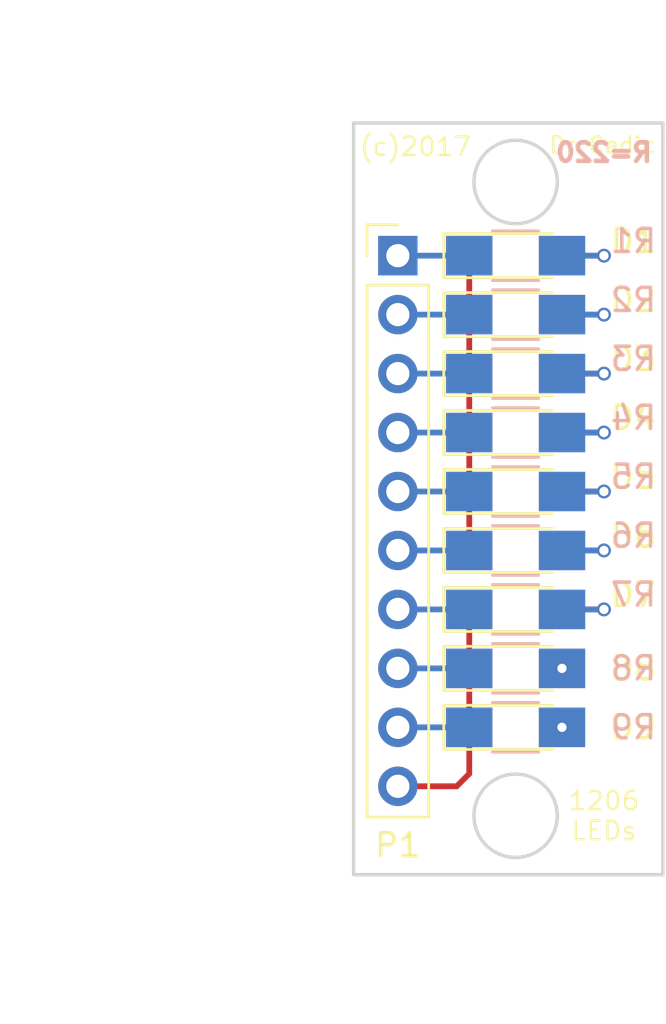
<source format=kicad_pcb>
(kicad_pcb (version 4) (host pcbnew 4.0.4-stable)

  (general
    (links 27)
    (no_connects 1)
    (area 131.215001 97.4395 160.095001 143.035001)
    (thickness 1.6)
    (drawings 15)
    (tracks 42)
    (zones 0)
    (modules 19)
    (nets 20)
  )

  (page A4)
  (layers
    (0 F.Cu signal)
    (31 B.Cu signal)
    (32 B.Adhes user)
    (33 F.Adhes user)
    (34 B.Paste user)
    (35 F.Paste user)
    (36 B.SilkS user)
    (37 F.SilkS user)
    (38 B.Mask user)
    (39 F.Mask user)
    (40 Dwgs.User user)
    (41 Cmts.User user)
    (42 Eco1.User user)
    (43 Eco2.User user)
    (44 Edge.Cuts user)
    (45 Margin user)
    (46 B.CrtYd user)
    (47 F.CrtYd user)
    (48 B.Fab user)
    (49 F.Fab user)
  )

  (setup
    (last_trace_width 0.25)
    (trace_clearance 0.2)
    (zone_clearance 0.508)
    (zone_45_only no)
    (trace_min 0.2)
    (segment_width 0.2)
    (edge_width 0.15)
    (via_size 0.6)
    (via_drill 0.4)
    (via_min_size 0.4)
    (via_min_drill 0.3)
    (uvia_size 0.3)
    (uvia_drill 0.1)
    (uvias_allowed no)
    (uvia_min_size 0.2)
    (uvia_min_drill 0.1)
    (pcb_text_width 0.3)
    (pcb_text_size 1.5 1.5)
    (mod_edge_width 0.15)
    (mod_text_size 1 1)
    (mod_text_width 0.15)
    (pad_size 1.524 1.524)
    (pad_drill 0.762)
    (pad_to_mask_clearance 0.2)
    (aux_axis_origin 0 0)
    (visible_elements FFFFFF7F)
    (pcbplotparams
      (layerselection 0x01030_80000001)
      (usegerberextensions true)
      (excludeedgelayer true)
      (linewidth 0.100000)
      (plotframeref false)
      (viasonmask false)
      (mode 1)
      (useauxorigin false)
      (hpglpennumber 1)
      (hpglpenspeed 20)
      (hpglpendiameter 15)
      (hpglpenoverlay 2)
      (psnegative false)
      (psa4output false)
      (plotreference true)
      (plotvalue true)
      (plotinvisibletext false)
      (padsonsilk false)
      (subtractmaskfromsilk false)
      (outputformat 1)
      (mirror false)
      (drillshape 0)
      (scaleselection 1)
      (outputdirectory gerber/))
  )

  (net 0 "")
  (net 1 GND)
  (net 2 "Net-(D1-Pad2)")
  (net 3 "Net-(D2-Pad2)")
  (net 4 "Net-(D3-Pad2)")
  (net 5 "Net-(D4-Pad2)")
  (net 6 "Net-(D5-Pad2)")
  (net 7 "Net-(D6-Pad2)")
  (net 8 "Net-(D7-Pad2)")
  (net 9 "Net-(D8-Pad2)")
  (net 10 "Net-(D9-Pad2)")
  (net 11 "Net-(P1-Pad1)")
  (net 12 "Net-(P1-Pad2)")
  (net 13 "Net-(P1-Pad3)")
  (net 14 "Net-(P1-Pad4)")
  (net 15 "Net-(P1-Pad5)")
  (net 16 "Net-(P1-Pad6)")
  (net 17 "Net-(P1-Pad7)")
  (net 18 "Net-(P1-Pad8)")
  (net 19 "Net-(P1-Pad9)")

  (net_class Default "Ceci est la Netclass par défaut"
    (clearance 0.2)
    (trace_width 0.25)
    (via_dia 0.6)
    (via_drill 0.4)
    (uvia_dia 0.3)
    (uvia_drill 0.1)
    (add_net GND)
    (add_net "Net-(D1-Pad2)")
    (add_net "Net-(D2-Pad2)")
    (add_net "Net-(D3-Pad2)")
    (add_net "Net-(D4-Pad2)")
    (add_net "Net-(D5-Pad2)")
    (add_net "Net-(D6-Pad2)")
    (add_net "Net-(D7-Pad2)")
    (add_net "Net-(D8-Pad2)")
    (add_net "Net-(D9-Pad2)")
    (add_net "Net-(P1-Pad1)")
    (add_net "Net-(P1-Pad2)")
    (add_net "Net-(P1-Pad3)")
    (add_net "Net-(P1-Pad4)")
    (add_net "Net-(P1-Pad5)")
    (add_net "Net-(P1-Pad6)")
    (add_net "Net-(P1-Pad7)")
    (add_net "Net-(P1-Pad8)")
    (add_net "Net-(P1-Pad9)")
  )

  (module LEDs:LED_1206_HandSoldering (layer F.Cu) (tedit 59BE4EDC) (tstamp 59BE4B75)
    (at 153.67 107.95)
    (descr "LED SMD 1206, hand soldering")
    (tags "LED 1206")
    (path /59BE526C)
    (attr smd)
    (fp_text reference D1 (at 5.08 -0.635) (layer F.SilkS)
      (effects (font (size 1 1) (thickness 0.15)))
    )
    (fp_text value Led (at 0 1.9) (layer F.Fab)
      (effects (font (size 1 1) (thickness 0.15)))
    )
    (fp_line (start -3.1 -0.95) (end -3.1 0.95) (layer F.SilkS) (width 0.12))
    (fp_line (start -0.4 0) (end 0.2 -0.4) (layer F.Fab) (width 0.1))
    (fp_line (start 0.2 -0.4) (end 0.2 0.4) (layer F.Fab) (width 0.1))
    (fp_line (start 0.2 0.4) (end -0.4 0) (layer F.Fab) (width 0.1))
    (fp_line (start -0.45 -0.4) (end -0.45 0.4) (layer F.Fab) (width 0.1))
    (fp_line (start -1.6 0.8) (end -1.6 -0.8) (layer F.Fab) (width 0.1))
    (fp_line (start 1.6 0.8) (end -1.6 0.8) (layer F.Fab) (width 0.1))
    (fp_line (start 1.6 -0.8) (end 1.6 0.8) (layer F.Fab) (width 0.1))
    (fp_line (start -1.6 -0.8) (end 1.6 -0.8) (layer F.Fab) (width 0.1))
    (fp_line (start -3.1 0.95) (end 1.6 0.95) (layer F.SilkS) (width 0.12))
    (fp_line (start -3.1 -0.95) (end 1.6 -0.95) (layer F.SilkS) (width 0.12))
    (fp_line (start -3.25 -1.11) (end 3.25 -1.11) (layer F.CrtYd) (width 0.05))
    (fp_line (start -3.25 -1.11) (end -3.25 1.1) (layer F.CrtYd) (width 0.05))
    (fp_line (start 3.25 1.1) (end 3.25 -1.11) (layer F.CrtYd) (width 0.05))
    (fp_line (start 3.25 1.1) (end -3.25 1.1) (layer F.CrtYd) (width 0.05))
    (pad 1 smd rect (at -2 0) (size 2 1.7) (layers F.Cu F.Paste F.Mask)
      (net 1 GND))
    (pad 2 smd rect (at 2 0) (size 2 1.7) (layers F.Cu F.Paste F.Mask)
      (net 2 "Net-(D1-Pad2)"))
    (model ${KISYS3DMOD}/LEDs.3dshapes/LED_1206.wrl
      (at (xyz 0 0 0))
      (scale (xyz 1 1 1))
      (rotate (xyz 0 0 180))
    )
  )

  (module LEDs:LED_1206_HandSoldering (layer F.Cu) (tedit 59BE4EE3) (tstamp 59BE4B8A)
    (at 153.67 110.49)
    (descr "LED SMD 1206, hand soldering")
    (tags "LED 1206")
    (path /59BE54DE)
    (attr smd)
    (fp_text reference D2 (at 5.08 -0.635) (layer F.SilkS)
      (effects (font (size 1 1) (thickness 0.15)))
    )
    (fp_text value Led (at 0 1.9) (layer F.Fab)
      (effects (font (size 1 1) (thickness 0.15)))
    )
    (fp_line (start -3.1 -0.95) (end -3.1 0.95) (layer F.SilkS) (width 0.12))
    (fp_line (start -0.4 0) (end 0.2 -0.4) (layer F.Fab) (width 0.1))
    (fp_line (start 0.2 -0.4) (end 0.2 0.4) (layer F.Fab) (width 0.1))
    (fp_line (start 0.2 0.4) (end -0.4 0) (layer F.Fab) (width 0.1))
    (fp_line (start -0.45 -0.4) (end -0.45 0.4) (layer F.Fab) (width 0.1))
    (fp_line (start -1.6 0.8) (end -1.6 -0.8) (layer F.Fab) (width 0.1))
    (fp_line (start 1.6 0.8) (end -1.6 0.8) (layer F.Fab) (width 0.1))
    (fp_line (start 1.6 -0.8) (end 1.6 0.8) (layer F.Fab) (width 0.1))
    (fp_line (start -1.6 -0.8) (end 1.6 -0.8) (layer F.Fab) (width 0.1))
    (fp_line (start -3.1 0.95) (end 1.6 0.95) (layer F.SilkS) (width 0.12))
    (fp_line (start -3.1 -0.95) (end 1.6 -0.95) (layer F.SilkS) (width 0.12))
    (fp_line (start -3.25 -1.11) (end 3.25 -1.11) (layer F.CrtYd) (width 0.05))
    (fp_line (start -3.25 -1.11) (end -3.25 1.1) (layer F.CrtYd) (width 0.05))
    (fp_line (start 3.25 1.1) (end 3.25 -1.11) (layer F.CrtYd) (width 0.05))
    (fp_line (start 3.25 1.1) (end -3.25 1.1) (layer F.CrtYd) (width 0.05))
    (pad 1 smd rect (at -2 0) (size 2 1.7) (layers F.Cu F.Paste F.Mask)
      (net 1 GND))
    (pad 2 smd rect (at 2 0) (size 2 1.7) (layers F.Cu F.Paste F.Mask)
      (net 3 "Net-(D2-Pad2)"))
    (model ${KISYS3DMOD}/LEDs.3dshapes/LED_1206.wrl
      (at (xyz 0 0 0))
      (scale (xyz 1 1 1))
      (rotate (xyz 0 0 180))
    )
  )

  (module LEDs:LED_1206_HandSoldering (layer F.Cu) (tedit 59BE4EF0) (tstamp 59BE4B9F)
    (at 153.67 113.03)
    (descr "LED SMD 1206, hand soldering")
    (tags "LED 1206")
    (path /59BE564E)
    (attr smd)
    (fp_text reference D3 (at 5.08 -0.635) (layer F.SilkS)
      (effects (font (size 1 1) (thickness 0.15)))
    )
    (fp_text value Led (at 0 1.9) (layer F.Fab)
      (effects (font (size 1 1) (thickness 0.15)))
    )
    (fp_line (start -3.1 -0.95) (end -3.1 0.95) (layer F.SilkS) (width 0.12))
    (fp_line (start -0.4 0) (end 0.2 -0.4) (layer F.Fab) (width 0.1))
    (fp_line (start 0.2 -0.4) (end 0.2 0.4) (layer F.Fab) (width 0.1))
    (fp_line (start 0.2 0.4) (end -0.4 0) (layer F.Fab) (width 0.1))
    (fp_line (start -0.45 -0.4) (end -0.45 0.4) (layer F.Fab) (width 0.1))
    (fp_line (start -1.6 0.8) (end -1.6 -0.8) (layer F.Fab) (width 0.1))
    (fp_line (start 1.6 0.8) (end -1.6 0.8) (layer F.Fab) (width 0.1))
    (fp_line (start 1.6 -0.8) (end 1.6 0.8) (layer F.Fab) (width 0.1))
    (fp_line (start -1.6 -0.8) (end 1.6 -0.8) (layer F.Fab) (width 0.1))
    (fp_line (start -3.1 0.95) (end 1.6 0.95) (layer F.SilkS) (width 0.12))
    (fp_line (start -3.1 -0.95) (end 1.6 -0.95) (layer F.SilkS) (width 0.12))
    (fp_line (start -3.25 -1.11) (end 3.25 -1.11) (layer F.CrtYd) (width 0.05))
    (fp_line (start -3.25 -1.11) (end -3.25 1.1) (layer F.CrtYd) (width 0.05))
    (fp_line (start 3.25 1.1) (end 3.25 -1.11) (layer F.CrtYd) (width 0.05))
    (fp_line (start 3.25 1.1) (end -3.25 1.1) (layer F.CrtYd) (width 0.05))
    (pad 1 smd rect (at -2 0) (size 2 1.7) (layers F.Cu F.Paste F.Mask)
      (net 1 GND))
    (pad 2 smd rect (at 2 0) (size 2 1.7) (layers F.Cu F.Paste F.Mask)
      (net 4 "Net-(D3-Pad2)"))
    (model ${KISYS3DMOD}/LEDs.3dshapes/LED_1206.wrl
      (at (xyz 0 0 0))
      (scale (xyz 1 1 1))
      (rotate (xyz 0 0 180))
    )
  )

  (module LEDs:LED_1206_HandSoldering (layer F.Cu) (tedit 59BE4EF7) (tstamp 59BE4BB4)
    (at 153.67 115.57)
    (descr "LED SMD 1206, hand soldering")
    (tags "LED 1206")
    (path /59BE5776)
    (attr smd)
    (fp_text reference D4 (at 5.08 -0.635) (layer F.SilkS)
      (effects (font (size 1 1) (thickness 0.15)))
    )
    (fp_text value Led (at 0 1.9) (layer F.Fab)
      (effects (font (size 1 1) (thickness 0.15)))
    )
    (fp_line (start -3.1 -0.95) (end -3.1 0.95) (layer F.SilkS) (width 0.12))
    (fp_line (start -0.4 0) (end 0.2 -0.4) (layer F.Fab) (width 0.1))
    (fp_line (start 0.2 -0.4) (end 0.2 0.4) (layer F.Fab) (width 0.1))
    (fp_line (start 0.2 0.4) (end -0.4 0) (layer F.Fab) (width 0.1))
    (fp_line (start -0.45 -0.4) (end -0.45 0.4) (layer F.Fab) (width 0.1))
    (fp_line (start -1.6 0.8) (end -1.6 -0.8) (layer F.Fab) (width 0.1))
    (fp_line (start 1.6 0.8) (end -1.6 0.8) (layer F.Fab) (width 0.1))
    (fp_line (start 1.6 -0.8) (end 1.6 0.8) (layer F.Fab) (width 0.1))
    (fp_line (start -1.6 -0.8) (end 1.6 -0.8) (layer F.Fab) (width 0.1))
    (fp_line (start -3.1 0.95) (end 1.6 0.95) (layer F.SilkS) (width 0.12))
    (fp_line (start -3.1 -0.95) (end 1.6 -0.95) (layer F.SilkS) (width 0.12))
    (fp_line (start -3.25 -1.11) (end 3.25 -1.11) (layer F.CrtYd) (width 0.05))
    (fp_line (start -3.25 -1.11) (end -3.25 1.1) (layer F.CrtYd) (width 0.05))
    (fp_line (start 3.25 1.1) (end 3.25 -1.11) (layer F.CrtYd) (width 0.05))
    (fp_line (start 3.25 1.1) (end -3.25 1.1) (layer F.CrtYd) (width 0.05))
    (pad 1 smd rect (at -2 0) (size 2 1.7) (layers F.Cu F.Paste F.Mask)
      (net 1 GND))
    (pad 2 smd rect (at 2 0) (size 2 1.7) (layers F.Cu F.Paste F.Mask)
      (net 5 "Net-(D4-Pad2)"))
    (model ${KISYS3DMOD}/LEDs.3dshapes/LED_1206.wrl
      (at (xyz 0 0 0))
      (scale (xyz 1 1 1))
      (rotate (xyz 0 0 180))
    )
  )

  (module LEDs:LED_1206_HandSoldering (layer F.Cu) (tedit 59BE4EFD) (tstamp 59BE4BC9)
    (at 153.67 118.11)
    (descr "LED SMD 1206, hand soldering")
    (tags "LED 1206")
    (path /59BE59D8)
    (attr smd)
    (fp_text reference D5 (at 5.08 -0.635) (layer F.SilkS)
      (effects (font (size 1 1) (thickness 0.15)))
    )
    (fp_text value Led (at 0 1.9) (layer F.Fab)
      (effects (font (size 1 1) (thickness 0.15)))
    )
    (fp_line (start -3.1 -0.95) (end -3.1 0.95) (layer F.SilkS) (width 0.12))
    (fp_line (start -0.4 0) (end 0.2 -0.4) (layer F.Fab) (width 0.1))
    (fp_line (start 0.2 -0.4) (end 0.2 0.4) (layer F.Fab) (width 0.1))
    (fp_line (start 0.2 0.4) (end -0.4 0) (layer F.Fab) (width 0.1))
    (fp_line (start -0.45 -0.4) (end -0.45 0.4) (layer F.Fab) (width 0.1))
    (fp_line (start -1.6 0.8) (end -1.6 -0.8) (layer F.Fab) (width 0.1))
    (fp_line (start 1.6 0.8) (end -1.6 0.8) (layer F.Fab) (width 0.1))
    (fp_line (start 1.6 -0.8) (end 1.6 0.8) (layer F.Fab) (width 0.1))
    (fp_line (start -1.6 -0.8) (end 1.6 -0.8) (layer F.Fab) (width 0.1))
    (fp_line (start -3.1 0.95) (end 1.6 0.95) (layer F.SilkS) (width 0.12))
    (fp_line (start -3.1 -0.95) (end 1.6 -0.95) (layer F.SilkS) (width 0.12))
    (fp_line (start -3.25 -1.11) (end 3.25 -1.11) (layer F.CrtYd) (width 0.05))
    (fp_line (start -3.25 -1.11) (end -3.25 1.1) (layer F.CrtYd) (width 0.05))
    (fp_line (start 3.25 1.1) (end 3.25 -1.11) (layer F.CrtYd) (width 0.05))
    (fp_line (start 3.25 1.1) (end -3.25 1.1) (layer F.CrtYd) (width 0.05))
    (pad 1 smd rect (at -2 0) (size 2 1.7) (layers F.Cu F.Paste F.Mask)
      (net 1 GND))
    (pad 2 smd rect (at 2 0) (size 2 1.7) (layers F.Cu F.Paste F.Mask)
      (net 6 "Net-(D5-Pad2)"))
    (model ${KISYS3DMOD}/LEDs.3dshapes/LED_1206.wrl
      (at (xyz 0 0 0))
      (scale (xyz 1 1 1))
      (rotate (xyz 0 0 180))
    )
  )

  (module LEDs:LED_1206_HandSoldering (layer F.Cu) (tedit 59BE4F09) (tstamp 59BE4BDE)
    (at 153.67 120.65)
    (descr "LED SMD 1206, hand soldering")
    (tags "LED 1206")
    (path /59BE59DE)
    (attr smd)
    (fp_text reference D6 (at 5.08 -0.635) (layer F.SilkS)
      (effects (font (size 1 1) (thickness 0.15)))
    )
    (fp_text value Led (at 0 1.9) (layer F.Fab)
      (effects (font (size 1 1) (thickness 0.15)))
    )
    (fp_line (start -3.1 -0.95) (end -3.1 0.95) (layer F.SilkS) (width 0.12))
    (fp_line (start -0.4 0) (end 0.2 -0.4) (layer F.Fab) (width 0.1))
    (fp_line (start 0.2 -0.4) (end 0.2 0.4) (layer F.Fab) (width 0.1))
    (fp_line (start 0.2 0.4) (end -0.4 0) (layer F.Fab) (width 0.1))
    (fp_line (start -0.45 -0.4) (end -0.45 0.4) (layer F.Fab) (width 0.1))
    (fp_line (start -1.6 0.8) (end -1.6 -0.8) (layer F.Fab) (width 0.1))
    (fp_line (start 1.6 0.8) (end -1.6 0.8) (layer F.Fab) (width 0.1))
    (fp_line (start 1.6 -0.8) (end 1.6 0.8) (layer F.Fab) (width 0.1))
    (fp_line (start -1.6 -0.8) (end 1.6 -0.8) (layer F.Fab) (width 0.1))
    (fp_line (start -3.1 0.95) (end 1.6 0.95) (layer F.SilkS) (width 0.12))
    (fp_line (start -3.1 -0.95) (end 1.6 -0.95) (layer F.SilkS) (width 0.12))
    (fp_line (start -3.25 -1.11) (end 3.25 -1.11) (layer F.CrtYd) (width 0.05))
    (fp_line (start -3.25 -1.11) (end -3.25 1.1) (layer F.CrtYd) (width 0.05))
    (fp_line (start 3.25 1.1) (end 3.25 -1.11) (layer F.CrtYd) (width 0.05))
    (fp_line (start 3.25 1.1) (end -3.25 1.1) (layer F.CrtYd) (width 0.05))
    (pad 1 smd rect (at -2 0) (size 2 1.7) (layers F.Cu F.Paste F.Mask)
      (net 1 GND))
    (pad 2 smd rect (at 2 0) (size 2 1.7) (layers F.Cu F.Paste F.Mask)
      (net 7 "Net-(D6-Pad2)"))
    (model ${KISYS3DMOD}/LEDs.3dshapes/LED_1206.wrl
      (at (xyz 0 0 0))
      (scale (xyz 1 1 1))
      (rotate (xyz 0 0 180))
    )
  )

  (module LEDs:LED_1206_HandSoldering (layer F.Cu) (tedit 59BE4F12) (tstamp 59BE4BF3)
    (at 153.67 123.19)
    (descr "LED SMD 1206, hand soldering")
    (tags "LED 1206")
    (path /59BE59E4)
    (attr smd)
    (fp_text reference D7 (at 5.08 -0.635) (layer F.SilkS)
      (effects (font (size 1 1) (thickness 0.15)))
    )
    (fp_text value Led (at 0 1.9) (layer F.Fab)
      (effects (font (size 1 1) (thickness 0.15)))
    )
    (fp_line (start -3.1 -0.95) (end -3.1 0.95) (layer F.SilkS) (width 0.12))
    (fp_line (start -0.4 0) (end 0.2 -0.4) (layer F.Fab) (width 0.1))
    (fp_line (start 0.2 -0.4) (end 0.2 0.4) (layer F.Fab) (width 0.1))
    (fp_line (start 0.2 0.4) (end -0.4 0) (layer F.Fab) (width 0.1))
    (fp_line (start -0.45 -0.4) (end -0.45 0.4) (layer F.Fab) (width 0.1))
    (fp_line (start -1.6 0.8) (end -1.6 -0.8) (layer F.Fab) (width 0.1))
    (fp_line (start 1.6 0.8) (end -1.6 0.8) (layer F.Fab) (width 0.1))
    (fp_line (start 1.6 -0.8) (end 1.6 0.8) (layer F.Fab) (width 0.1))
    (fp_line (start -1.6 -0.8) (end 1.6 -0.8) (layer F.Fab) (width 0.1))
    (fp_line (start -3.1 0.95) (end 1.6 0.95) (layer F.SilkS) (width 0.12))
    (fp_line (start -3.1 -0.95) (end 1.6 -0.95) (layer F.SilkS) (width 0.12))
    (fp_line (start -3.25 -1.11) (end 3.25 -1.11) (layer F.CrtYd) (width 0.05))
    (fp_line (start -3.25 -1.11) (end -3.25 1.1) (layer F.CrtYd) (width 0.05))
    (fp_line (start 3.25 1.1) (end 3.25 -1.11) (layer F.CrtYd) (width 0.05))
    (fp_line (start 3.25 1.1) (end -3.25 1.1) (layer F.CrtYd) (width 0.05))
    (pad 1 smd rect (at -2 0) (size 2 1.7) (layers F.Cu F.Paste F.Mask)
      (net 1 GND))
    (pad 2 smd rect (at 2 0) (size 2 1.7) (layers F.Cu F.Paste F.Mask)
      (net 8 "Net-(D7-Pad2)"))
    (model ${KISYS3DMOD}/LEDs.3dshapes/LED_1206.wrl
      (at (xyz 0 0 0))
      (scale (xyz 1 1 1))
      (rotate (xyz 0 0 180))
    )
  )

  (module LEDs:LED_1206_HandSoldering (layer F.Cu) (tedit 59BE4F18) (tstamp 59BE4C08)
    (at 153.67 125.73)
    (descr "LED SMD 1206, hand soldering")
    (tags "LED 1206")
    (path /59BE59EA)
    (attr smd)
    (fp_text reference D8 (at 5.08 0) (layer F.SilkS)
      (effects (font (size 1 1) (thickness 0.15)))
    )
    (fp_text value Led (at 0 1.9) (layer F.Fab)
      (effects (font (size 1 1) (thickness 0.15)))
    )
    (fp_line (start -3.1 -0.95) (end -3.1 0.95) (layer F.SilkS) (width 0.12))
    (fp_line (start -0.4 0) (end 0.2 -0.4) (layer F.Fab) (width 0.1))
    (fp_line (start 0.2 -0.4) (end 0.2 0.4) (layer F.Fab) (width 0.1))
    (fp_line (start 0.2 0.4) (end -0.4 0) (layer F.Fab) (width 0.1))
    (fp_line (start -0.45 -0.4) (end -0.45 0.4) (layer F.Fab) (width 0.1))
    (fp_line (start -1.6 0.8) (end -1.6 -0.8) (layer F.Fab) (width 0.1))
    (fp_line (start 1.6 0.8) (end -1.6 0.8) (layer F.Fab) (width 0.1))
    (fp_line (start 1.6 -0.8) (end 1.6 0.8) (layer F.Fab) (width 0.1))
    (fp_line (start -1.6 -0.8) (end 1.6 -0.8) (layer F.Fab) (width 0.1))
    (fp_line (start -3.1 0.95) (end 1.6 0.95) (layer F.SilkS) (width 0.12))
    (fp_line (start -3.1 -0.95) (end 1.6 -0.95) (layer F.SilkS) (width 0.12))
    (fp_line (start -3.25 -1.11) (end 3.25 -1.11) (layer F.CrtYd) (width 0.05))
    (fp_line (start -3.25 -1.11) (end -3.25 1.1) (layer F.CrtYd) (width 0.05))
    (fp_line (start 3.25 1.1) (end 3.25 -1.11) (layer F.CrtYd) (width 0.05))
    (fp_line (start 3.25 1.1) (end -3.25 1.1) (layer F.CrtYd) (width 0.05))
    (pad 1 smd rect (at -2 0) (size 2 1.7) (layers F.Cu F.Paste F.Mask)
      (net 1 GND))
    (pad 2 smd rect (at 2 0) (size 2 1.7) (layers F.Cu F.Paste F.Mask)
      (net 9 "Net-(D8-Pad2)"))
    (model ${KISYS3DMOD}/LEDs.3dshapes/LED_1206.wrl
      (at (xyz 0 0 0))
      (scale (xyz 1 1 1))
      (rotate (xyz 0 0 180))
    )
  )

  (module LEDs:LED_1206_HandSoldering (layer F.Cu) (tedit 59BE4F20) (tstamp 59BE4C1D)
    (at 153.67 128.27)
    (descr "LED SMD 1206, hand soldering")
    (tags "LED 1206")
    (path /59BE5A14)
    (attr smd)
    (fp_text reference D9 (at 5.08 0) (layer F.SilkS)
      (effects (font (size 1 1) (thickness 0.15)))
    )
    (fp_text value Led (at 0 1.9) (layer F.Fab)
      (effects (font (size 1 1) (thickness 0.15)))
    )
    (fp_line (start -3.1 -0.95) (end -3.1 0.95) (layer F.SilkS) (width 0.12))
    (fp_line (start -0.4 0) (end 0.2 -0.4) (layer F.Fab) (width 0.1))
    (fp_line (start 0.2 -0.4) (end 0.2 0.4) (layer F.Fab) (width 0.1))
    (fp_line (start 0.2 0.4) (end -0.4 0) (layer F.Fab) (width 0.1))
    (fp_line (start -0.45 -0.4) (end -0.45 0.4) (layer F.Fab) (width 0.1))
    (fp_line (start -1.6 0.8) (end -1.6 -0.8) (layer F.Fab) (width 0.1))
    (fp_line (start 1.6 0.8) (end -1.6 0.8) (layer F.Fab) (width 0.1))
    (fp_line (start 1.6 -0.8) (end 1.6 0.8) (layer F.Fab) (width 0.1))
    (fp_line (start -1.6 -0.8) (end 1.6 -0.8) (layer F.Fab) (width 0.1))
    (fp_line (start -3.1 0.95) (end 1.6 0.95) (layer F.SilkS) (width 0.12))
    (fp_line (start -3.1 -0.95) (end 1.6 -0.95) (layer F.SilkS) (width 0.12))
    (fp_line (start -3.25 -1.11) (end 3.25 -1.11) (layer F.CrtYd) (width 0.05))
    (fp_line (start -3.25 -1.11) (end -3.25 1.1) (layer F.CrtYd) (width 0.05))
    (fp_line (start 3.25 1.1) (end 3.25 -1.11) (layer F.CrtYd) (width 0.05))
    (fp_line (start 3.25 1.1) (end -3.25 1.1) (layer F.CrtYd) (width 0.05))
    (pad 1 smd rect (at -2 0) (size 2 1.7) (layers F.Cu F.Paste F.Mask)
      (net 1 GND))
    (pad 2 smd rect (at 2 0) (size 2 1.7) (layers F.Cu F.Paste F.Mask)
      (net 10 "Net-(D9-Pad2)"))
    (model ${KISYS3DMOD}/LEDs.3dshapes/LED_1206.wrl
      (at (xyz 0 0 0))
      (scale (xyz 1 1 1))
      (rotate (xyz 0 0 180))
    )
  )

  (module Socket_Strips:Socket_Strip_Straight_1x10_Pitch2.54mm (layer F.Cu) (tedit 59BE52B6) (tstamp 59BE4C3A)
    (at 148.59 107.95)
    (descr "Through hole straight socket strip, 1x10, 2.54mm pitch, single row")
    (tags "Through hole socket strip THT 1x10 2.54mm single row")
    (path /59BE4938)
    (fp_text reference P1 (at 0 25.4) (layer F.SilkS)
      (effects (font (size 1 1) (thickness 0.15)))
    )
    (fp_text value ConnecteurLED (at -3.81 9.525 90) (layer F.Fab)
      (effects (font (size 1 1) (thickness 0.15)))
    )
    (fp_line (start -1.27 -1.27) (end -1.27 24.13) (layer F.Fab) (width 0.1))
    (fp_line (start -1.27 24.13) (end 1.27 24.13) (layer F.Fab) (width 0.1))
    (fp_line (start 1.27 24.13) (end 1.27 -1.27) (layer F.Fab) (width 0.1))
    (fp_line (start 1.27 -1.27) (end -1.27 -1.27) (layer F.Fab) (width 0.1))
    (fp_line (start -1.33 1.27) (end -1.33 24.19) (layer F.SilkS) (width 0.12))
    (fp_line (start -1.33 24.19) (end 1.33 24.19) (layer F.SilkS) (width 0.12))
    (fp_line (start 1.33 24.19) (end 1.33 1.27) (layer F.SilkS) (width 0.12))
    (fp_line (start 1.33 1.27) (end -1.33 1.27) (layer F.SilkS) (width 0.12))
    (fp_line (start -1.33 0) (end -1.33 -1.33) (layer F.SilkS) (width 0.12))
    (fp_line (start -1.33 -1.33) (end 0 -1.33) (layer F.SilkS) (width 0.12))
    (fp_line (start -1.8 -1.8) (end -1.8 24.65) (layer F.CrtYd) (width 0.05))
    (fp_line (start -1.8 24.65) (end 1.8 24.65) (layer F.CrtYd) (width 0.05))
    (fp_line (start 1.8 24.65) (end 1.8 -1.8) (layer F.CrtYd) (width 0.05))
    (fp_line (start 1.8 -1.8) (end -1.8 -1.8) (layer F.CrtYd) (width 0.05))
    (fp_text user %R (at 0 -2.33) (layer F.Fab)
      (effects (font (size 1 1) (thickness 0.15)))
    )
    (pad 1 thru_hole rect (at 0 0) (size 1.7 1.7) (drill 1) (layers *.Cu *.Mask)
      (net 11 "Net-(P1-Pad1)"))
    (pad 2 thru_hole oval (at 0 2.54) (size 1.7 1.7) (drill 1) (layers *.Cu *.Mask)
      (net 12 "Net-(P1-Pad2)"))
    (pad 3 thru_hole oval (at 0 5.08) (size 1.7 1.7) (drill 1) (layers *.Cu *.Mask)
      (net 13 "Net-(P1-Pad3)"))
    (pad 4 thru_hole oval (at 0 7.62) (size 1.7 1.7) (drill 1) (layers *.Cu *.Mask)
      (net 14 "Net-(P1-Pad4)"))
    (pad 5 thru_hole oval (at 0 10.16) (size 1.7 1.7) (drill 1) (layers *.Cu *.Mask)
      (net 15 "Net-(P1-Pad5)"))
    (pad 6 thru_hole oval (at 0 12.7) (size 1.7 1.7) (drill 1) (layers *.Cu *.Mask)
      (net 16 "Net-(P1-Pad6)"))
    (pad 7 thru_hole oval (at 0 15.24) (size 1.7 1.7) (drill 1) (layers *.Cu *.Mask)
      (net 17 "Net-(P1-Pad7)"))
    (pad 8 thru_hole oval (at 0 17.78) (size 1.7 1.7) (drill 1) (layers *.Cu *.Mask)
      (net 18 "Net-(P1-Pad8)"))
    (pad 9 thru_hole oval (at 0 20.32) (size 1.7 1.7) (drill 1) (layers *.Cu *.Mask)
      (net 19 "Net-(P1-Pad9)"))
    (pad 10 thru_hole oval (at 0 22.86) (size 1.7 1.7) (drill 1) (layers *.Cu *.Mask)
      (net 1 GND))
    (model ${KISYS3DMOD}/Socket_Strips.3dshapes/Socket_Strip_Straight_1x10_Pitch2.54mm.wrl
      (at (xyz 0 -0.45 0))
      (scale (xyz 1 1 1))
      (rotate (xyz 0 0 270))
    )
  )

  (module Resistors_SMD:R_1206_HandSoldering (layer B.Cu) (tedit 59BE4FC5) (tstamp 59BE4C4B)
    (at 153.67 107.95 180)
    (descr "Resistor SMD 1206, hand soldering")
    (tags "resistor 1206")
    (path /59BE4801)
    (attr smd)
    (fp_text reference R1 (at -5.08 0.635 180) (layer B.SilkS)
      (effects (font (size 1 1) (thickness 0.15)) (justify mirror))
    )
    (fp_text value 220 (at 0 -1.9 180) (layer B.Fab)
      (effects (font (size 1 1) (thickness 0.15)) (justify mirror))
    )
    (fp_text user %R (at 0 0 180) (layer B.Fab)
      (effects (font (size 0.7 0.7) (thickness 0.105)) (justify mirror))
    )
    (fp_line (start -1.6 -0.8) (end -1.6 0.8) (layer B.Fab) (width 0.1))
    (fp_line (start 1.6 -0.8) (end -1.6 -0.8) (layer B.Fab) (width 0.1))
    (fp_line (start 1.6 0.8) (end 1.6 -0.8) (layer B.Fab) (width 0.1))
    (fp_line (start -1.6 0.8) (end 1.6 0.8) (layer B.Fab) (width 0.1))
    (fp_line (start 1 -1.07) (end -1 -1.07) (layer B.SilkS) (width 0.12))
    (fp_line (start -1 1.07) (end 1 1.07) (layer B.SilkS) (width 0.12))
    (fp_line (start -3.25 1.11) (end 3.25 1.11) (layer B.CrtYd) (width 0.05))
    (fp_line (start -3.25 1.11) (end -3.25 -1.1) (layer B.CrtYd) (width 0.05))
    (fp_line (start 3.25 -1.1) (end 3.25 1.11) (layer B.CrtYd) (width 0.05))
    (fp_line (start 3.25 -1.1) (end -3.25 -1.1) (layer B.CrtYd) (width 0.05))
    (pad 1 smd rect (at -2 0 180) (size 2 1.7) (layers B.Cu B.Paste B.Mask)
      (net 2 "Net-(D1-Pad2)"))
    (pad 2 smd rect (at 2 0 180) (size 2 1.7) (layers B.Cu B.Paste B.Mask)
      (net 11 "Net-(P1-Pad1)"))
    (model ${KISYS3DMOD}/Resistors_SMD.3dshapes/R_1206.wrl
      (at (xyz 0 0 0))
      (scale (xyz 1 1 1))
      (rotate (xyz 0 0 0))
    )
  )

  (module Resistors_SMD:R_1206_HandSoldering (layer B.Cu) (tedit 59BE4FC0) (tstamp 59BE4C5C)
    (at 153.67 110.49 180)
    (descr "Resistor SMD 1206, hand soldering")
    (tags "resistor 1206")
    (path /59BE4A0A)
    (attr smd)
    (fp_text reference R2 (at -5.08 0.635 180) (layer B.SilkS)
      (effects (font (size 1 1) (thickness 0.15)) (justify mirror))
    )
    (fp_text value 220 (at 0 -1.9 180) (layer B.Fab)
      (effects (font (size 1 1) (thickness 0.15)) (justify mirror))
    )
    (fp_text user %R (at 0 0 180) (layer B.Fab)
      (effects (font (size 0.7 0.7) (thickness 0.105)) (justify mirror))
    )
    (fp_line (start -1.6 -0.8) (end -1.6 0.8) (layer B.Fab) (width 0.1))
    (fp_line (start 1.6 -0.8) (end -1.6 -0.8) (layer B.Fab) (width 0.1))
    (fp_line (start 1.6 0.8) (end 1.6 -0.8) (layer B.Fab) (width 0.1))
    (fp_line (start -1.6 0.8) (end 1.6 0.8) (layer B.Fab) (width 0.1))
    (fp_line (start 1 -1.07) (end -1 -1.07) (layer B.SilkS) (width 0.12))
    (fp_line (start -1 1.07) (end 1 1.07) (layer B.SilkS) (width 0.12))
    (fp_line (start -3.25 1.11) (end 3.25 1.11) (layer B.CrtYd) (width 0.05))
    (fp_line (start -3.25 1.11) (end -3.25 -1.1) (layer B.CrtYd) (width 0.05))
    (fp_line (start 3.25 -1.1) (end 3.25 1.11) (layer B.CrtYd) (width 0.05))
    (fp_line (start 3.25 -1.1) (end -3.25 -1.1) (layer B.CrtYd) (width 0.05))
    (pad 1 smd rect (at -2 0 180) (size 2 1.7) (layers B.Cu B.Paste B.Mask)
      (net 3 "Net-(D2-Pad2)"))
    (pad 2 smd rect (at 2 0 180) (size 2 1.7) (layers B.Cu B.Paste B.Mask)
      (net 12 "Net-(P1-Pad2)"))
    (model ${KISYS3DMOD}/Resistors_SMD.3dshapes/R_1206.wrl
      (at (xyz 0 0 0))
      (scale (xyz 1 1 1))
      (rotate (xyz 0 0 0))
    )
  )

  (module Resistors_SMD:R_1206_HandSoldering (layer B.Cu) (tedit 59BE4FCC) (tstamp 59BE4C6D)
    (at 153.67 113.03 180)
    (descr "Resistor SMD 1206, hand soldering")
    (tags "resistor 1206")
    (path /59BE4A72)
    (attr smd)
    (fp_text reference R3 (at -5.08 0.635 180) (layer B.SilkS)
      (effects (font (size 1 1) (thickness 0.15)) (justify mirror))
    )
    (fp_text value 220 (at 0 -1.9 180) (layer B.Fab)
      (effects (font (size 1 1) (thickness 0.15)) (justify mirror))
    )
    (fp_text user %R (at 0 0 180) (layer B.Fab)
      (effects (font (size 0.7 0.7) (thickness 0.105)) (justify mirror))
    )
    (fp_line (start -1.6 -0.8) (end -1.6 0.8) (layer B.Fab) (width 0.1))
    (fp_line (start 1.6 -0.8) (end -1.6 -0.8) (layer B.Fab) (width 0.1))
    (fp_line (start 1.6 0.8) (end 1.6 -0.8) (layer B.Fab) (width 0.1))
    (fp_line (start -1.6 0.8) (end 1.6 0.8) (layer B.Fab) (width 0.1))
    (fp_line (start 1 -1.07) (end -1 -1.07) (layer B.SilkS) (width 0.12))
    (fp_line (start -1 1.07) (end 1 1.07) (layer B.SilkS) (width 0.12))
    (fp_line (start -3.25 1.11) (end 3.25 1.11) (layer B.CrtYd) (width 0.05))
    (fp_line (start -3.25 1.11) (end -3.25 -1.1) (layer B.CrtYd) (width 0.05))
    (fp_line (start 3.25 -1.1) (end 3.25 1.11) (layer B.CrtYd) (width 0.05))
    (fp_line (start 3.25 -1.1) (end -3.25 -1.1) (layer B.CrtYd) (width 0.05))
    (pad 1 smd rect (at -2 0 180) (size 2 1.7) (layers B.Cu B.Paste B.Mask)
      (net 4 "Net-(D3-Pad2)"))
    (pad 2 smd rect (at 2 0 180) (size 2 1.7) (layers B.Cu B.Paste B.Mask)
      (net 13 "Net-(P1-Pad3)"))
    (model ${KISYS3DMOD}/Resistors_SMD.3dshapes/R_1206.wrl
      (at (xyz 0 0 0))
      (scale (xyz 1 1 1))
      (rotate (xyz 0 0 0))
    )
  )

  (module Resistors_SMD:R_1206_HandSoldering (layer B.Cu) (tedit 59BE4FD1) (tstamp 59BE4C7E)
    (at 153.67 115.57 180)
    (descr "Resistor SMD 1206, hand soldering")
    (tags "resistor 1206")
    (path /59BE4B93)
    (attr smd)
    (fp_text reference R4 (at -5.08 0.635 180) (layer B.SilkS)
      (effects (font (size 1 1) (thickness 0.15)) (justify mirror))
    )
    (fp_text value 220 (at 0 -1.9 180) (layer B.Fab)
      (effects (font (size 1 1) (thickness 0.15)) (justify mirror))
    )
    (fp_text user %R (at 0 0 180) (layer B.Fab)
      (effects (font (size 0.7 0.7) (thickness 0.105)) (justify mirror))
    )
    (fp_line (start -1.6 -0.8) (end -1.6 0.8) (layer B.Fab) (width 0.1))
    (fp_line (start 1.6 -0.8) (end -1.6 -0.8) (layer B.Fab) (width 0.1))
    (fp_line (start 1.6 0.8) (end 1.6 -0.8) (layer B.Fab) (width 0.1))
    (fp_line (start -1.6 0.8) (end 1.6 0.8) (layer B.Fab) (width 0.1))
    (fp_line (start 1 -1.07) (end -1 -1.07) (layer B.SilkS) (width 0.12))
    (fp_line (start -1 1.07) (end 1 1.07) (layer B.SilkS) (width 0.12))
    (fp_line (start -3.25 1.11) (end 3.25 1.11) (layer B.CrtYd) (width 0.05))
    (fp_line (start -3.25 1.11) (end -3.25 -1.1) (layer B.CrtYd) (width 0.05))
    (fp_line (start 3.25 -1.1) (end 3.25 1.11) (layer B.CrtYd) (width 0.05))
    (fp_line (start 3.25 -1.1) (end -3.25 -1.1) (layer B.CrtYd) (width 0.05))
    (pad 1 smd rect (at -2 0 180) (size 2 1.7) (layers B.Cu B.Paste B.Mask)
      (net 5 "Net-(D4-Pad2)"))
    (pad 2 smd rect (at 2 0 180) (size 2 1.7) (layers B.Cu B.Paste B.Mask)
      (net 14 "Net-(P1-Pad4)"))
    (model ${KISYS3DMOD}/Resistors_SMD.3dshapes/R_1206.wrl
      (at (xyz 0 0 0))
      (scale (xyz 1 1 1))
      (rotate (xyz 0 0 0))
    )
  )

  (module Resistors_SMD:R_1206_HandSoldering (layer B.Cu) (tedit 59BE4FD9) (tstamp 59BE4C8F)
    (at 153.67 118.11 180)
    (descr "Resistor SMD 1206, hand soldering")
    (tags "resistor 1206")
    (path /59BE4B99)
    (attr smd)
    (fp_text reference R5 (at -5.08 0.635 180) (layer B.SilkS)
      (effects (font (size 1 1) (thickness 0.15)) (justify mirror))
    )
    (fp_text value 220 (at 0 -1.9 180) (layer B.Fab)
      (effects (font (size 1 1) (thickness 0.15)) (justify mirror))
    )
    (fp_text user %R (at 0 0 180) (layer B.Fab)
      (effects (font (size 0.7 0.7) (thickness 0.105)) (justify mirror))
    )
    (fp_line (start -1.6 -0.8) (end -1.6 0.8) (layer B.Fab) (width 0.1))
    (fp_line (start 1.6 -0.8) (end -1.6 -0.8) (layer B.Fab) (width 0.1))
    (fp_line (start 1.6 0.8) (end 1.6 -0.8) (layer B.Fab) (width 0.1))
    (fp_line (start -1.6 0.8) (end 1.6 0.8) (layer B.Fab) (width 0.1))
    (fp_line (start 1 -1.07) (end -1 -1.07) (layer B.SilkS) (width 0.12))
    (fp_line (start -1 1.07) (end 1 1.07) (layer B.SilkS) (width 0.12))
    (fp_line (start -3.25 1.11) (end 3.25 1.11) (layer B.CrtYd) (width 0.05))
    (fp_line (start -3.25 1.11) (end -3.25 -1.1) (layer B.CrtYd) (width 0.05))
    (fp_line (start 3.25 -1.1) (end 3.25 1.11) (layer B.CrtYd) (width 0.05))
    (fp_line (start 3.25 -1.1) (end -3.25 -1.1) (layer B.CrtYd) (width 0.05))
    (pad 1 smd rect (at -2 0 180) (size 2 1.7) (layers B.Cu B.Paste B.Mask)
      (net 6 "Net-(D5-Pad2)"))
    (pad 2 smd rect (at 2 0 180) (size 2 1.7) (layers B.Cu B.Paste B.Mask)
      (net 15 "Net-(P1-Pad5)"))
    (model ${KISYS3DMOD}/Resistors_SMD.3dshapes/R_1206.wrl
      (at (xyz 0 0 0))
      (scale (xyz 1 1 1))
      (rotate (xyz 0 0 0))
    )
  )

  (module Resistors_SMD:R_1206_HandSoldering (layer B.Cu) (tedit 59BE4FE8) (tstamp 59BE4CA0)
    (at 153.67 120.65 180)
    (descr "Resistor SMD 1206, hand soldering")
    (tags "resistor 1206")
    (path /59BE4B9F)
    (attr smd)
    (fp_text reference R6 (at -5.08 0.635 180) (layer B.SilkS)
      (effects (font (size 1 1) (thickness 0.15)) (justify mirror))
    )
    (fp_text value 220 (at 0 -1.9 180) (layer B.Fab)
      (effects (font (size 1 1) (thickness 0.15)) (justify mirror))
    )
    (fp_text user %R (at 0 0 180) (layer B.Fab)
      (effects (font (size 0.7 0.7) (thickness 0.105)) (justify mirror))
    )
    (fp_line (start -1.6 -0.8) (end -1.6 0.8) (layer B.Fab) (width 0.1))
    (fp_line (start 1.6 -0.8) (end -1.6 -0.8) (layer B.Fab) (width 0.1))
    (fp_line (start 1.6 0.8) (end 1.6 -0.8) (layer B.Fab) (width 0.1))
    (fp_line (start -1.6 0.8) (end 1.6 0.8) (layer B.Fab) (width 0.1))
    (fp_line (start 1 -1.07) (end -1 -1.07) (layer B.SilkS) (width 0.12))
    (fp_line (start -1 1.07) (end 1 1.07) (layer B.SilkS) (width 0.12))
    (fp_line (start -3.25 1.11) (end 3.25 1.11) (layer B.CrtYd) (width 0.05))
    (fp_line (start -3.25 1.11) (end -3.25 -1.1) (layer B.CrtYd) (width 0.05))
    (fp_line (start 3.25 -1.1) (end 3.25 1.11) (layer B.CrtYd) (width 0.05))
    (fp_line (start 3.25 -1.1) (end -3.25 -1.1) (layer B.CrtYd) (width 0.05))
    (pad 1 smd rect (at -2 0 180) (size 2 1.7) (layers B.Cu B.Paste B.Mask)
      (net 7 "Net-(D6-Pad2)"))
    (pad 2 smd rect (at 2 0 180) (size 2 1.7) (layers B.Cu B.Paste B.Mask)
      (net 16 "Net-(P1-Pad6)"))
    (model ${KISYS3DMOD}/Resistors_SMD.3dshapes/R_1206.wrl
      (at (xyz 0 0 0))
      (scale (xyz 1 1 1))
      (rotate (xyz 0 0 0))
    )
  )

  (module Resistors_SMD:R_1206_HandSoldering (layer B.Cu) (tedit 59BE4FE3) (tstamp 59BE4CB1)
    (at 153.67 123.19 180)
    (descr "Resistor SMD 1206, hand soldering")
    (tags "resistor 1206")
    (path /59BE4D76)
    (attr smd)
    (fp_text reference R7 (at -5.08 0.635 180) (layer B.SilkS)
      (effects (font (size 1 1) (thickness 0.15)) (justify mirror))
    )
    (fp_text value 220 (at 0 -1.9 180) (layer B.Fab)
      (effects (font (size 1 1) (thickness 0.15)) (justify mirror))
    )
    (fp_text user %R (at 0 0 180) (layer B.Fab)
      (effects (font (size 0.7 0.7) (thickness 0.105)) (justify mirror))
    )
    (fp_line (start -1.6 -0.8) (end -1.6 0.8) (layer B.Fab) (width 0.1))
    (fp_line (start 1.6 -0.8) (end -1.6 -0.8) (layer B.Fab) (width 0.1))
    (fp_line (start 1.6 0.8) (end 1.6 -0.8) (layer B.Fab) (width 0.1))
    (fp_line (start -1.6 0.8) (end 1.6 0.8) (layer B.Fab) (width 0.1))
    (fp_line (start 1 -1.07) (end -1 -1.07) (layer B.SilkS) (width 0.12))
    (fp_line (start -1 1.07) (end 1 1.07) (layer B.SilkS) (width 0.12))
    (fp_line (start -3.25 1.11) (end 3.25 1.11) (layer B.CrtYd) (width 0.05))
    (fp_line (start -3.25 1.11) (end -3.25 -1.1) (layer B.CrtYd) (width 0.05))
    (fp_line (start 3.25 -1.1) (end 3.25 1.11) (layer B.CrtYd) (width 0.05))
    (fp_line (start 3.25 -1.1) (end -3.25 -1.1) (layer B.CrtYd) (width 0.05))
    (pad 1 smd rect (at -2 0 180) (size 2 1.7) (layers B.Cu B.Paste B.Mask)
      (net 8 "Net-(D7-Pad2)"))
    (pad 2 smd rect (at 2 0 180) (size 2 1.7) (layers B.Cu B.Paste B.Mask)
      (net 17 "Net-(P1-Pad7)"))
    (model ${KISYS3DMOD}/Resistors_SMD.3dshapes/R_1206.wrl
      (at (xyz 0 0 0))
      (scale (xyz 1 1 1))
      (rotate (xyz 0 0 0))
    )
  )

  (module Resistors_SMD:R_1206_HandSoldering (layer B.Cu) (tedit 59BE4FEE) (tstamp 59BE4CC2)
    (at 153.67 125.73 180)
    (descr "Resistor SMD 1206, hand soldering")
    (tags "resistor 1206")
    (path /59BE4D7C)
    (attr smd)
    (fp_text reference R8 (at -5.08 0 180) (layer B.SilkS)
      (effects (font (size 1 1) (thickness 0.15)) (justify mirror))
    )
    (fp_text value 220 (at 0 -1.9 180) (layer B.Fab)
      (effects (font (size 1 1) (thickness 0.15)) (justify mirror))
    )
    (fp_text user %R (at 0 0 180) (layer B.Fab)
      (effects (font (size 0.7 0.7) (thickness 0.105)) (justify mirror))
    )
    (fp_line (start -1.6 -0.8) (end -1.6 0.8) (layer B.Fab) (width 0.1))
    (fp_line (start 1.6 -0.8) (end -1.6 -0.8) (layer B.Fab) (width 0.1))
    (fp_line (start 1.6 0.8) (end 1.6 -0.8) (layer B.Fab) (width 0.1))
    (fp_line (start -1.6 0.8) (end 1.6 0.8) (layer B.Fab) (width 0.1))
    (fp_line (start 1 -1.07) (end -1 -1.07) (layer B.SilkS) (width 0.12))
    (fp_line (start -1 1.07) (end 1 1.07) (layer B.SilkS) (width 0.12))
    (fp_line (start -3.25 1.11) (end 3.25 1.11) (layer B.CrtYd) (width 0.05))
    (fp_line (start -3.25 1.11) (end -3.25 -1.1) (layer B.CrtYd) (width 0.05))
    (fp_line (start 3.25 -1.1) (end 3.25 1.11) (layer B.CrtYd) (width 0.05))
    (fp_line (start 3.25 -1.1) (end -3.25 -1.1) (layer B.CrtYd) (width 0.05))
    (pad 1 smd rect (at -2 0 180) (size 2 1.7) (layers B.Cu B.Paste B.Mask)
      (net 9 "Net-(D8-Pad2)"))
    (pad 2 smd rect (at 2 0 180) (size 2 1.7) (layers B.Cu B.Paste B.Mask)
      (net 18 "Net-(P1-Pad8)"))
    (model ${KISYS3DMOD}/Resistors_SMD.3dshapes/R_1206.wrl
      (at (xyz 0 0 0))
      (scale (xyz 1 1 1))
      (rotate (xyz 0 0 0))
    )
  )

  (module Resistors_SMD:R_1206_HandSoldering (layer B.Cu) (tedit 59BE4FF5) (tstamp 59BE4CD3)
    (at 153.67 128.27 180)
    (descr "Resistor SMD 1206, hand soldering")
    (tags "resistor 1206")
    (path /59BE4D82)
    (attr smd)
    (fp_text reference R9 (at -5.08 0 180) (layer B.SilkS)
      (effects (font (size 1 1) (thickness 0.15)) (justify mirror))
    )
    (fp_text value 220 (at 0 -1.9 180) (layer B.Fab)
      (effects (font (size 1 1) (thickness 0.15)) (justify mirror))
    )
    (fp_text user %R (at 0 0 180) (layer B.Fab)
      (effects (font (size 0.7 0.7) (thickness 0.105)) (justify mirror))
    )
    (fp_line (start -1.6 -0.8) (end -1.6 0.8) (layer B.Fab) (width 0.1))
    (fp_line (start 1.6 -0.8) (end -1.6 -0.8) (layer B.Fab) (width 0.1))
    (fp_line (start 1.6 0.8) (end 1.6 -0.8) (layer B.Fab) (width 0.1))
    (fp_line (start -1.6 0.8) (end 1.6 0.8) (layer B.Fab) (width 0.1))
    (fp_line (start 1 -1.07) (end -1 -1.07) (layer B.SilkS) (width 0.12))
    (fp_line (start -1 1.07) (end 1 1.07) (layer B.SilkS) (width 0.12))
    (fp_line (start -3.25 1.11) (end 3.25 1.11) (layer B.CrtYd) (width 0.05))
    (fp_line (start -3.25 1.11) (end -3.25 -1.1) (layer B.CrtYd) (width 0.05))
    (fp_line (start 3.25 -1.1) (end 3.25 1.11) (layer B.CrtYd) (width 0.05))
    (fp_line (start 3.25 -1.1) (end -3.25 -1.1) (layer B.CrtYd) (width 0.05))
    (pad 1 smd rect (at -2 0 180) (size 2 1.7) (layers B.Cu B.Paste B.Mask)
      (net 10 "Net-(D9-Pad2)"))
    (pad 2 smd rect (at 2 0 180) (size 2 1.7) (layers B.Cu B.Paste B.Mask)
      (net 19 "Net-(P1-Pad9)"))
    (model ${KISYS3DMOD}/Resistors_SMD.3dshapes/R_1206.wrl
      (at (xyz 0 0 0))
      (scale (xyz 1 1 1))
      (rotate (xyz 0 0 0))
    )
  )

  (gr_text "Dr Cadic" (at 157.4165 103.1875) (layer F.SilkS)
    (effects (font (size 0.7 0.7) (thickness 0.1)))
  )
  (gr_text "(c)2017" (at 149.352 103.251) (layer F.SilkS)
    (effects (font (size 0.8 0.8) (thickness 0.1)))
  )
  (dimension 3.556 (width 0.3) (layer Dwgs.User)
    (gr_text "3,556 mm" (at 153.67 98.7895) (layer Dwgs.User)
      (effects (font (size 1.5 1.5) (thickness 0.3)))
    )
    (feature1 (pts (xy 155.448 104.7115) (xy 155.448 97.4395)))
    (feature2 (pts (xy 151.892 104.7115) (xy 151.892 97.4395)))
    (crossbar (pts (xy 151.892 100.1395) (xy 155.448 100.1395)))
    (arrow1a (pts (xy 155.448 100.1395) (xy 154.321496 100.725921)))
    (arrow1b (pts (xy 155.448 100.1395) (xy 154.321496 99.553079)))
    (arrow2a (pts (xy 151.892 100.1395) (xy 153.018504 100.725921)))
    (arrow2b (pts (xy 151.892 100.1395) (xy 153.018504 99.553079)))
  )
  (gr_text "1206\nLEDs" (at 157.48 132.08) (layer F.SilkS)
    (effects (font (size 0.8 0.8) (thickness 0.1)))
  )
  (dimension 13.335 (width 0.3) (layer Dwgs.User)
    (gr_text "13,335 mm" (at 153.3525 141.685) (layer Dwgs.User)
      (effects (font (size 1.5 1.5) (thickness 0.3)))
    )
    (feature1 (pts (xy 160.02 134.62) (xy 160.02 143.035)))
    (feature2 (pts (xy 146.685 134.62) (xy 146.685 143.035)))
    (crossbar (pts (xy 146.685 140.335) (xy 160.02 140.335)))
    (arrow1a (pts (xy 160.02 140.335) (xy 158.893496 140.921421)))
    (arrow1b (pts (xy 160.02 140.335) (xy 158.893496 139.748579)))
    (arrow2a (pts (xy 146.685 140.335) (xy 147.811504 140.921421)))
    (arrow2b (pts (xy 146.685 140.335) (xy 147.811504 139.748579)))
  )
  (dimension 32.385 (width 0.3) (layer Dwgs.User)
    (gr_text "32,385 mm" (at 137.715 118.4275 270) (layer Dwgs.User)
      (effects (font (size 1.5 1.5) (thickness 0.3)))
    )
    (feature1 (pts (xy 146.685 134.62) (xy 136.365 134.62)))
    (feature2 (pts (xy 146.685 102.235) (xy 136.365 102.235)))
    (crossbar (pts (xy 139.065 102.235) (xy 139.065 134.62)))
    (arrow1a (pts (xy 139.065 134.62) (xy 138.478579 133.493496)))
    (arrow1b (pts (xy 139.065 134.62) (xy 139.651421 133.493496)))
    (arrow2a (pts (xy 139.065 102.235) (xy 138.478579 103.361504)))
    (arrow2b (pts (xy 139.065 102.235) (xy 139.651421 103.361504)))
  )
  (gr_text R=220 (at 157.48 103.505) (layer B.SilkS)
    (effects (font (size 0.8 0.8) (thickness 0.2)) (justify mirror))
  )
  (gr_line (start 146.685 134.62) (end 146.685 133.985) (angle 90) (layer Edge.Cuts) (width 0.15))
  (gr_line (start 160.02 134.62) (end 146.685 134.62) (angle 90) (layer Edge.Cuts) (width 0.15))
  (gr_line (start 146.685 102.235) (end 146.685 133.985) (angle 90) (layer Edge.Cuts) (width 0.15))
  (gr_line (start 160.02 102.235) (end 146.685 102.235) (angle 90) (layer Edge.Cuts) (width 0.15))
  (gr_circle (center 153.67 104.775) (end 154.94 103.505) (layer Edge.Cuts) (width 0.15))
  (gr_line (start 160.02 102.87) (end 160.02 102.235) (angle 90) (layer Edge.Cuts) (width 0.15))
  (gr_circle (center 153.67 132.08) (end 154.94 130.81) (layer Edge.Cuts) (width 0.15))
  (gr_line (start 160.02 102.87) (end 160.02 134.62) (angle 90) (layer Edge.Cuts) (width 0.15))

  (segment (start 151.67 128.27) (end 151.67 130.27) (width 0.25) (layer F.Cu) (net 1))
  (segment (start 151.13 130.81) (end 148.59 130.81) (width 0.25) (layer F.Cu) (net 1) (tstamp 59BE5169))
  (segment (start 151.67 130.27) (end 151.13 130.81) (width 0.25) (layer F.Cu) (net 1) (tstamp 59BE5168))
  (segment (start 151.67 125.73) (end 151.67 128.27) (width 0.25) (layer F.Cu) (net 1))
  (segment (start 151.67 123.19) (end 151.67 125.73) (width 0.25) (layer F.Cu) (net 1))
  (segment (start 151.67 118.11) (end 151.67 120.65) (width 0.25) (layer F.Cu) (net 1))
  (segment (start 151.67 115.57) (end 151.67 118.11) (width 0.25) (layer F.Cu) (net 1))
  (segment (start 151.67 113.03) (end 151.67 115.57) (width 0.25) (layer F.Cu) (net 1))
  (segment (start 151.67 110.49) (end 151.67 113.03) (width 0.25) (layer F.Cu) (net 1))
  (segment (start 151.67 107.95) (end 151.67 110.49) (width 0.25) (layer F.Cu) (net 1))
  (segment (start 155.67 107.95) (end 157.48 107.95) (width 0.25) (layer B.Cu) (net 2))
  (segment (start 157.48 107.95) (end 155.67 107.95) (width 0.25) (layer F.Cu) (net 2) (tstamp 59BE5188))
  (via (at 157.48 107.95) (size 0.6) (drill 0.4) (layers F.Cu B.Cu) (net 2))
  (segment (start 155.67 110.49) (end 157.48 110.49) (width 0.25) (layer F.Cu) (net 3))
  (segment (start 157.48 110.49) (end 155.67 110.49) (width 0.25) (layer B.Cu) (net 3) (tstamp 59BE51AA))
  (via (at 157.48 110.49) (size 0.6) (drill 0.4) (layers F.Cu B.Cu) (net 3))
  (segment (start 155.67 113.03) (end 157.48 113.03) (width 0.25) (layer B.Cu) (net 4))
  (segment (start 157.48 113.03) (end 155.67 113.03) (width 0.25) (layer F.Cu) (net 4) (tstamp 59BE51AF))
  (via (at 157.48 113.03) (size 0.6) (drill 0.4) (layers F.Cu B.Cu) (net 4))
  (segment (start 155.67 115.57) (end 157.48 115.57) (width 0.25) (layer F.Cu) (net 5))
  (segment (start 157.48 115.57) (end 155.67 115.57) (width 0.25) (layer B.Cu) (net 5) (tstamp 59BE51B4))
  (via (at 157.48 115.57) (size 0.6) (drill 0.4) (layers F.Cu B.Cu) (net 5))
  (segment (start 155.67 118.11) (end 157.48 118.11) (width 0.25) (layer B.Cu) (net 6))
  (segment (start 157.48 118.11) (end 155.67 118.11) (width 0.25) (layer F.Cu) (net 6) (tstamp 59BE51B9))
  (via (at 157.48 118.11) (size 0.6) (drill 0.4) (layers F.Cu B.Cu) (net 6))
  (segment (start 155.67 120.65) (end 157.48 120.65) (width 0.25) (layer F.Cu) (net 7))
  (segment (start 157.48 120.65) (end 155.67 120.65) (width 0.25) (layer B.Cu) (net 7) (tstamp 59BE51BE))
  (via (at 157.48 120.65) (size 0.6) (drill 0.4) (layers F.Cu B.Cu) (net 7))
  (segment (start 155.67 123.19) (end 157.48 123.19) (width 0.25) (layer B.Cu) (net 8))
  (segment (start 157.48 123.19) (end 155.67 123.19) (width 0.25) (layer F.Cu) (net 8) (tstamp 59BE51C3))
  (via (at 157.48 123.19) (size 0.6) (drill 0.4) (layers F.Cu B.Cu) (net 8))
  (via (at 155.67 125.73) (size 0.6) (drill 0.4) (layers F.Cu B.Cu) (net 9))
  (via (at 155.67 128.27) (size 0.6) (drill 0.4) (layers F.Cu B.Cu) (net 10))
  (segment (start 148.59 107.95) (end 151.67 107.95) (width 0.25) (layer B.Cu) (net 11))
  (segment (start 148.59 110.49) (end 151.67 110.49) (width 0.25) (layer B.Cu) (net 12))
  (segment (start 148.59 113.03) (end 151.67 113.03) (width 0.25) (layer B.Cu) (net 13))
  (segment (start 148.59 115.57) (end 151.67 115.57) (width 0.25) (layer B.Cu) (net 14))
  (segment (start 148.59 118.11) (end 151.67 118.11) (width 0.25) (layer B.Cu) (net 15))
  (segment (start 148.59 120.65) (end 151.67 120.65) (width 0.25) (layer B.Cu) (net 16))
  (segment (start 148.59 123.19) (end 151.67 123.19) (width 0.25) (layer B.Cu) (net 17))
  (segment (start 148.59 125.73) (end 151.67 125.73) (width 0.25) (layer B.Cu) (net 18))
  (segment (start 148.59 128.27) (end 151.67 128.27) (width 0.25) (layer B.Cu) (net 19))

)

</source>
